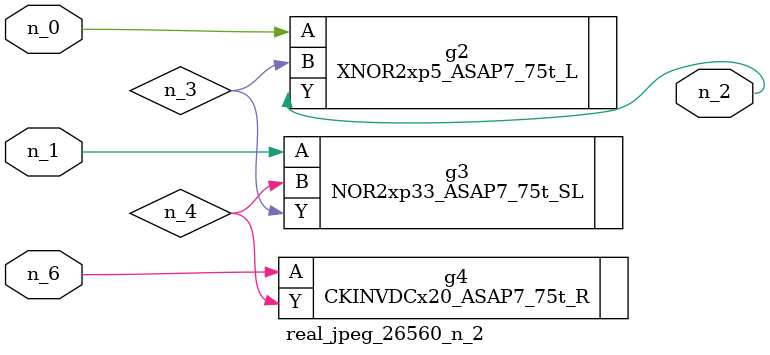
<source format=v>
module real_jpeg_26560_n_2 (n_6, n_1, n_0, n_2);

input n_6;
input n_1;
input n_0;

output n_2;

wire n_4;
wire n_3;

XNOR2xp5_ASAP7_75t_L g2 ( 
.A(n_0),
.B(n_3),
.Y(n_2)
);

NOR2xp33_ASAP7_75t_SL g3 ( 
.A(n_1),
.B(n_4),
.Y(n_3)
);

CKINVDCx20_ASAP7_75t_R g4 ( 
.A(n_6),
.Y(n_4)
);


endmodule
</source>
